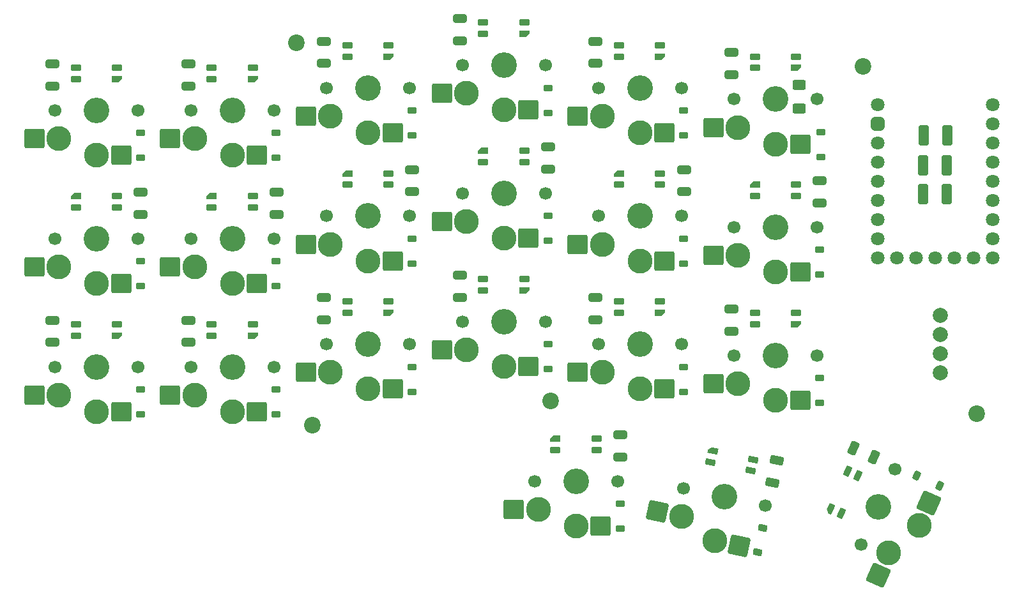
<source format=gbs>
%TF.GenerationSoftware,KiCad,Pcbnew,9.0.5*%
%TF.CreationDate,2025-11-02T20:14:42+07:00*%
%TF.ProjectId,moon_knight_v1,6d6f6f6e-5f6b-46e6-9967-68745f76312e,rev?*%
%TF.SameCoordinates,Original*%
%TF.FileFunction,Soldermask,Bot*%
%TF.FilePolarity,Negative*%
%FSLAX46Y46*%
G04 Gerber Fmt 4.6, Leading zero omitted, Abs format (unit mm)*
G04 Created by KiCad (PCBNEW 9.0.5) date 2025-11-02 20:14:42*
%MOMM*%
%LPD*%
G01*
G04 APERTURE LIST*
G04 Aperture macros list*
%AMRoundRect*
0 Rectangle with rounded corners*
0 $1 Rounding radius*
0 $2 $3 $4 $5 $6 $7 $8 $9 X,Y pos of 4 corners*
0 Add a 4 corners polygon primitive as box body*
4,1,4,$2,$3,$4,$5,$6,$7,$8,$9,$2,$3,0*
0 Add four circle primitives for the rounded corners*
1,1,$1+$1,$2,$3*
1,1,$1+$1,$4,$5*
1,1,$1+$1,$6,$7*
1,1,$1+$1,$8,$9*
0 Add four rect primitives between the rounded corners*
20,1,$1+$1,$2,$3,$4,$5,0*
20,1,$1+$1,$4,$5,$6,$7,0*
20,1,$1+$1,$6,$7,$8,$9,0*
20,1,$1+$1,$8,$9,$2,$3,0*%
%AMFreePoly0*
4,1,18,-0.410000,0.593000,-0.403758,0.624380,-0.385983,0.650983,-0.359380,0.668758,-0.328000,0.675000,0.328000,0.675000,0.359380,0.668758,0.385983,0.650983,0.403758,0.624380,0.410000,0.593000,0.410000,-0.593000,0.403758,-0.624380,0.385983,-0.650983,0.359380,-0.668758,0.328000,-0.675000,0.000000,-0.675000,-0.410000,-0.265000,-0.410000,0.593000,-0.410000,0.593000,$1*%
G04 Aperture macros list end*
%ADD10C,2.200000*%
%ADD11C,1.800000*%
%ADD12RoundRect,0.450000X-0.450000X-0.450000X0.450000X-0.450000X0.450000X0.450000X-0.450000X0.450000X0*%
%ADD13C,2.000000*%
%ADD14RoundRect,0.250000X-0.650000X0.325000X-0.650000X-0.325000X0.650000X-0.325000X0.650000X0.325000X0*%
%ADD15RoundRect,0.225000X-0.375000X0.225000X-0.375000X-0.225000X0.375000X-0.225000X0.375000X0.225000X0*%
%ADD16C,1.700000*%
%ADD17C,3.400000*%
%ADD18C,3.300000*%
%ADD19RoundRect,0.260000X1.065000X1.040000X-1.065000X1.040000X-1.065000X-1.040000X1.065000X-1.040000X0*%
%ADD20RoundRect,0.225000X-0.358074X-0.251064X0.053021X-0.434095X0.358074X0.251064X-0.053021X0.434095X0*%
%ADD21RoundRect,0.260000X1.257955X0.795848X-0.825499X1.238699X-1.257955X-0.795848X0.825499X-1.238699X0*%
%ADD22RoundRect,0.082000X-0.593000X0.328000X-0.593000X-0.328000X0.593000X-0.328000X0.593000X0.328000X0*%
%ADD23FreePoly0,270.000000*%
%ADD24RoundRect,0.082000X0.593000X-0.328000X0.593000X0.328000X-0.593000X0.328000X-0.593000X-0.328000X0*%
%ADD25FreePoly0,90.000000*%
%ADD26RoundRect,0.082000X-0.511846X0.444124X-0.648237X-0.197541X0.511846X-0.444124X0.648237X0.197541X0*%
%ADD27FreePoly0,258.000000*%
%ADD28RoundRect,0.250000X-0.568225X0.453041X-0.703367X-0.182755X0.568225X-0.453041X0.703367X0.182755X0*%
%ADD29RoundRect,0.250000X0.412500X1.100000X-0.412500X1.100000X-0.412500X-1.100000X0.412500X-1.100000X0*%
%ADD30RoundRect,0.250000X0.625000X-0.400000X0.625000X0.400000X-0.625000X0.400000X-0.625000X-0.400000X0*%
%ADD31RoundRect,0.082000X-0.540838X-0.408323X0.058448X-0.675142X0.540838X0.408323X-0.058448X0.675142X0*%
%ADD32FreePoly0,336.000000*%
%ADD33RoundRect,0.250000X-0.561281X-0.461615X0.032523X-0.725994X0.561281X0.461615X-0.032523X0.725994X0*%
%ADD34RoundRect,0.260000X-0.516913X1.395932X-1.383262X-0.549920X0.516913X-1.395932X1.383262X0.549920X0*%
%ADD35RoundRect,0.225000X-0.320025X0.298050X-0.413585X-0.142116X0.320025X-0.298050X0.413585X0.142116X0*%
G04 APERTURE END LIST*
D10*
%TO.C,H1*%
X128001190Y-47985000D03*
%TD*%
D11*
%TO.C,MCU1*%
X129921190Y-53072501D03*
D12*
X129921190Y-55612501D03*
D11*
X129921190Y-58152501D03*
X129921190Y-60692501D03*
X129921190Y-63232501D03*
X129921190Y-65772501D03*
X129921190Y-68312501D03*
X129921190Y-70852501D03*
X129921190Y-73392501D03*
X145161190Y-53072501D03*
X145161190Y-55612501D03*
X145161190Y-58152501D03*
X145161190Y-60692501D03*
X145161190Y-63232501D03*
X145161190Y-65772501D03*
X145161190Y-68312501D03*
X145161190Y-70852501D03*
X145161190Y-73392501D03*
X132461190Y-73392501D03*
X135001190Y-73392501D03*
X137541190Y-73392501D03*
X140081190Y-73392501D03*
X142621190Y-73392501D03*
%TD*%
D10*
%TO.C,H2*%
X143011190Y-94000000D03*
%TD*%
%TO.C,H4*%
X52901190Y-44865000D03*
%TD*%
D13*
%TO.C,USB_C_1*%
X138191190Y-88625000D03*
X138191190Y-86085000D03*
X138191190Y-83545000D03*
X138191190Y-81005000D03*
%TD*%
D10*
%TO.C,H3*%
X86551190Y-92325000D03*
%TD*%
%TO.C,H5*%
X55001190Y-95555000D03*
%TD*%
D14*
%TO.C,C4*%
X56521190Y-44640000D03*
X56521190Y-47590000D03*
%TD*%
D15*
%TO.C,D14*%
X104181190Y-87815000D03*
X104181190Y-91115000D03*
%TD*%
%TO.C,D1*%
X122371190Y-56715000D03*
X122371190Y-60015000D03*
%TD*%
D16*
%TO.C,CH3*%
X85881190Y-47815000D03*
D17*
X80381190Y-47815000D03*
D16*
X74881190Y-47815000D03*
D18*
X75381190Y-51565000D03*
D19*
X72136190Y-51565000D03*
X83626190Y-53765000D03*
D18*
X80381190Y-53765000D03*
%TD*%
D20*
%TO.C,D21*%
X135078078Y-102272267D03*
X138092778Y-103614497D03*
%TD*%
D15*
%TO.C,D17*%
X50181190Y-90815000D03*
X50181190Y-94115000D03*
%TD*%
D14*
%TO.C,C13*%
X110521190Y-80140000D03*
X110521190Y-83090000D03*
%TD*%
%TO.C,C6*%
X20521190Y-47640000D03*
X20521190Y-50590000D03*
%TD*%
%TO.C,C11*%
X104231190Y-61650000D03*
X104231190Y-64600000D03*
%TD*%
D15*
%TO.C,D6*%
X32181190Y-56815000D03*
X32181190Y-60115000D03*
%TD*%
D16*
%TO.C,CH4*%
X67881190Y-50815000D03*
D17*
X62381190Y-50815000D03*
D16*
X56881190Y-50815000D03*
D18*
X57381190Y-54565000D03*
D19*
X54136190Y-54565000D03*
X65626190Y-56765000D03*
D18*
X62381190Y-56765000D03*
%TD*%
D16*
%TO.C,CH1*%
X121881190Y-52315000D03*
D17*
X116381190Y-52315000D03*
D16*
X110881190Y-52315000D03*
D18*
X111381190Y-56065000D03*
D19*
X108136190Y-56065000D03*
X119626190Y-58265000D03*
D18*
X116381190Y-58265000D03*
%TD*%
D14*
%TO.C,C17*%
X38521190Y-81640000D03*
X38521190Y-84590000D03*
%TD*%
%TO.C,C1*%
X110521190Y-46140000D03*
X110521190Y-49090000D03*
%TD*%
D15*
%TO.C,D5*%
X50181190Y-56815000D03*
X50181190Y-60115000D03*
%TD*%
D16*
%TO.C,CH20*%
X114967668Y-106213486D03*
D17*
X109587856Y-105069972D03*
D16*
X104208044Y-103926458D03*
D18*
X103917449Y-107698467D03*
D21*
X100743360Y-107023794D03*
X111524870Y-111564624D03*
D18*
X108350781Y-110889950D03*
%TD*%
D22*
%TO.C,LED12*%
X119071190Y-65175000D03*
X119071190Y-63675000D03*
X113621190Y-65175000D03*
D23*
X113621190Y-63675000D03*
%TD*%
D16*
%TO.C,CH6*%
X31881190Y-53815000D03*
D17*
X26381190Y-53815000D03*
D16*
X20881190Y-53815000D03*
D18*
X21381190Y-57565000D03*
D19*
X18136190Y-57565000D03*
X29626190Y-59765000D03*
D18*
X26381190Y-59765000D03*
%TD*%
D24*
%TO.C,LED6*%
X23621190Y-48175000D03*
X23621190Y-49675000D03*
X29071190Y-48175000D03*
D25*
X29071190Y-49675000D03*
%TD*%
D15*
%TO.C,D18*%
X32181190Y-90815000D03*
X32181190Y-94115000D03*
%TD*%
D26*
%TO.C,LED20*%
X113079828Y-101579725D03*
X113391696Y-100112504D03*
X107748924Y-100446606D03*
D27*
X108060792Y-98979385D03*
%TD*%
D15*
%TO.C,D16*%
X68181190Y-87815000D03*
X68181190Y-91115000D03*
%TD*%
%TO.C,D3*%
X86181190Y-50815000D03*
X86181190Y-54115000D03*
%TD*%
D14*
%TO.C,C10*%
X86231190Y-58650000D03*
X86231190Y-61600000D03*
%TD*%
D15*
%TO.C,D10*%
X86181190Y-67815000D03*
X86181190Y-71115000D03*
%TD*%
D16*
%TO.C,CH17*%
X49881190Y-87815000D03*
D17*
X44381190Y-87815000D03*
D16*
X38881190Y-87815000D03*
D18*
X39381190Y-91565000D03*
D19*
X36136190Y-91565000D03*
X47626190Y-93765000D03*
D18*
X44381190Y-93765000D03*
%TD*%
D16*
%TO.C,CH2*%
X103881190Y-50815000D03*
D17*
X98381190Y-50815000D03*
D16*
X92881190Y-50815000D03*
D18*
X93381190Y-54565000D03*
D19*
X90136190Y-54565000D03*
X101626190Y-56765000D03*
D18*
X98381190Y-56765000D03*
%TD*%
D24*
%TO.C,LED5*%
X41621190Y-48175000D03*
X41621190Y-49675000D03*
X47071190Y-48175000D03*
D25*
X47071190Y-49675000D03*
%TD*%
D14*
%TO.C,C15*%
X74521190Y-75640000D03*
X74521190Y-78590000D03*
%TD*%
D15*
%TO.C,D9*%
X68181190Y-70815000D03*
X68181190Y-74115000D03*
%TD*%
D28*
%TO.C,C20*%
X116567860Y-100252232D03*
X115954520Y-103137768D03*
%TD*%
D14*
%TO.C,C8*%
X50221190Y-64640000D03*
X50221190Y-67590000D03*
%TD*%
D24*
%TO.C,LED13*%
X113621190Y-80675000D03*
X113621190Y-82175000D03*
X119071190Y-80675000D03*
D25*
X119071190Y-82175000D03*
%TD*%
D29*
%TO.C,C24*%
X139043690Y-64925000D03*
X135918690Y-64925000D03*
%TD*%
%TO.C,C23*%
X139073690Y-61085000D03*
X135948690Y-61085000D03*
%TD*%
D15*
%TO.C,D4*%
X68181190Y-53815000D03*
X68181190Y-57115000D03*
%TD*%
D16*
%TO.C,CH14*%
X103881190Y-84815000D03*
D17*
X98381190Y-84815000D03*
D16*
X92881190Y-84815000D03*
D18*
X93381190Y-88565000D03*
D19*
X90136190Y-88565000D03*
X101626190Y-90765000D03*
D18*
X98381190Y-90765000D03*
%TD*%
D14*
%TO.C,C5*%
X38521190Y-47640000D03*
X38521190Y-50590000D03*
%TD*%
D16*
%TO.C,CH12*%
X121881190Y-69315000D03*
D17*
X116381190Y-69315000D03*
D16*
X110881190Y-69315000D03*
D18*
X111381190Y-73065000D03*
D19*
X108136190Y-73065000D03*
X119626190Y-75265000D03*
D18*
X116381190Y-75265000D03*
%TD*%
D24*
%TO.C,LED2*%
X95621190Y-45175000D03*
X95621190Y-46675000D03*
X101071190Y-45175000D03*
D25*
X101071190Y-46675000D03*
%TD*%
D15*
%TO.C,D12*%
X122181190Y-72315000D03*
X122181190Y-75615000D03*
%TD*%
D24*
%TO.C,LED14*%
X95621190Y-79175000D03*
X95621190Y-80675000D03*
X101071190Y-79175000D03*
D25*
X101071190Y-80675000D03*
%TD*%
D16*
%TO.C,CH18*%
X31881190Y-87815000D03*
D17*
X26381190Y-87815000D03*
D16*
X20881190Y-87815000D03*
D18*
X21381190Y-91565000D03*
D19*
X18136190Y-91565000D03*
X29626190Y-93765000D03*
D18*
X26381190Y-93765000D03*
%TD*%
D16*
%TO.C,CH10*%
X85881190Y-64815000D03*
D17*
X80381190Y-64815000D03*
D16*
X74881190Y-64815000D03*
D18*
X75381190Y-68565000D03*
D19*
X72136190Y-68565000D03*
X83626190Y-70765000D03*
D18*
X80381190Y-70765000D03*
%TD*%
D30*
%TO.C,R3*%
X119531190Y-53565000D03*
X119531190Y-50465000D03*
%TD*%
D15*
%TO.C,D2*%
X104181190Y-53815000D03*
X104181190Y-57115000D03*
%TD*%
D24*
%TO.C,LED15*%
X77621190Y-76175000D03*
X77621190Y-77675000D03*
X83071190Y-76175000D03*
D25*
X83071190Y-77675000D03*
%TD*%
D15*
%TO.C,D15*%
X86181190Y-84815000D03*
X86181190Y-88115000D03*
%TD*%
D22*
%TO.C,LED9*%
X65071190Y-63675000D03*
X65071190Y-62175000D03*
X59621190Y-63675000D03*
D23*
X59621190Y-62175000D03*
%TD*%
D14*
%TO.C,C18*%
X20521190Y-81640000D03*
X20521190Y-84590000D03*
%TD*%
%TO.C,C9*%
X68221190Y-61660000D03*
X68221190Y-64610000D03*
%TD*%
D22*
%TO.C,LED10*%
X83071190Y-60675000D03*
X83071190Y-59175000D03*
X77621190Y-60675000D03*
D23*
X77621190Y-59175000D03*
%TD*%
D24*
%TO.C,LED3*%
X77621190Y-42175000D03*
X77621190Y-43675000D03*
X83071190Y-42175000D03*
D25*
X83071190Y-43675000D03*
%TD*%
D14*
%TO.C,C2*%
X92521190Y-44640000D03*
X92521190Y-47590000D03*
%TD*%
D15*
%TO.C,D13*%
X122181190Y-89315000D03*
X122181190Y-92615000D03*
%TD*%
D14*
%TO.C,C19*%
X95771190Y-96850000D03*
X95771190Y-99800000D03*
%TD*%
D22*
%TO.C,LED7*%
X29071190Y-66675000D03*
X29071190Y-65175000D03*
X23621190Y-66675000D03*
D23*
X23621190Y-65175000D03*
%TD*%
D29*
%TO.C,C22*%
X139153690Y-57125000D03*
X136028690Y-57125000D03*
%TD*%
D15*
%TO.C,D19*%
X95781190Y-106015000D03*
X95781190Y-109315000D03*
%TD*%
D22*
%TO.C,LED8*%
X47071190Y-66675000D03*
X47071190Y-65175000D03*
X41621190Y-66675000D03*
D23*
X41621190Y-65175000D03*
%TD*%
D14*
%TO.C,C16*%
X56521190Y-78640000D03*
X56521190Y-81590000D03*
%TD*%
D22*
%TO.C,LED11*%
X101071190Y-63675000D03*
X101071190Y-62175000D03*
X95621190Y-63675000D03*
D23*
X95621190Y-62175000D03*
%TD*%
D31*
%TO.C,LED21*%
X127270074Y-102254971D03*
X125899756Y-101644866D03*
X125053360Y-107233794D03*
D32*
X123683042Y-106623689D03*
%TD*%
D14*
%TO.C,C14*%
X92521190Y-78640000D03*
X92521190Y-81590000D03*
%TD*%
D16*
%TO.C,CH19*%
X95431190Y-103015000D03*
D17*
X89931190Y-103015000D03*
D16*
X84431190Y-103015000D03*
D18*
X84931190Y-106765000D03*
D19*
X81686190Y-106765000D03*
X93176190Y-108965000D03*
D18*
X89931190Y-108965000D03*
%TD*%
D33*
%TO.C,C21*%
X126713710Y-98585063D03*
X129408670Y-99784937D03*
%TD*%
D15*
%TO.C,D11*%
X104181190Y-70815000D03*
X104181190Y-74115000D03*
%TD*%
D16*
%TO.C,CH11*%
X103881190Y-67815000D03*
D17*
X98381190Y-67815000D03*
D16*
X92881190Y-67815000D03*
D18*
X93381190Y-71565000D03*
D19*
X90136190Y-71565000D03*
X101626190Y-73765000D03*
D18*
X98381190Y-73765000D03*
%TD*%
D24*
%TO.C,LED1*%
X113621190Y-46675000D03*
X113621190Y-48175000D03*
X119071190Y-46675000D03*
D25*
X119071190Y-48175000D03*
%TD*%
D16*
%TO.C,CH21*%
X132195085Y-101371798D03*
D17*
X129958033Y-106396298D03*
D16*
X127720981Y-111420798D03*
D18*
X131350145Y-112489288D03*
D34*
X130030285Y-115453743D03*
X136713489Y-105851926D03*
D18*
X135393628Y-108816381D03*
%TD*%
D16*
%TO.C,CH15*%
X85881190Y-81815000D03*
D17*
X80381190Y-81815000D03*
D16*
X74881190Y-81815000D03*
D18*
X75381190Y-85565000D03*
D19*
X72136190Y-85565000D03*
X83626190Y-87765000D03*
D18*
X80381190Y-87765000D03*
%TD*%
D16*
%TO.C,CH7*%
X31881190Y-70815000D03*
D17*
X26381190Y-70815000D03*
D16*
X20881190Y-70815000D03*
D18*
X21381190Y-74565000D03*
D19*
X18136190Y-74565000D03*
X29626190Y-76765000D03*
D18*
X26381190Y-76765000D03*
%TD*%
D16*
%TO.C,CH5*%
X49881190Y-53815000D03*
D17*
X44381190Y-53815000D03*
D16*
X38881190Y-53815000D03*
D18*
X39381190Y-57565000D03*
D19*
X36136190Y-57565000D03*
X47626190Y-59765000D03*
D18*
X44381190Y-59765000D03*
%TD*%
D24*
%TO.C,LED17*%
X41621190Y-82175000D03*
X41621190Y-83675000D03*
X47071190Y-82175000D03*
D25*
X47071190Y-83675000D03*
%TD*%
D24*
%TO.C,LED4*%
X59621190Y-45175000D03*
X59621190Y-46675000D03*
X65071190Y-45175000D03*
D25*
X65071190Y-46675000D03*
%TD*%
D15*
%TO.C,D7*%
X32181190Y-73815000D03*
X32181190Y-77115000D03*
%TD*%
D16*
%TO.C,CH16*%
X67881190Y-84815000D03*
D17*
X62381190Y-84815000D03*
D16*
X56881190Y-84815000D03*
D18*
X57381190Y-88565000D03*
D19*
X54136190Y-88565000D03*
X65626190Y-90765000D03*
D18*
X62381190Y-90765000D03*
%TD*%
D14*
%TO.C,C7*%
X32231190Y-64660000D03*
X32231190Y-67610000D03*
%TD*%
D16*
%TO.C,CH8*%
X49881190Y-70815000D03*
D17*
X44381190Y-70815000D03*
D16*
X38881190Y-70815000D03*
D18*
X39381190Y-74565000D03*
D19*
X36136190Y-74565000D03*
X47626190Y-76765000D03*
D18*
X44381190Y-76765000D03*
%TD*%
D14*
%TO.C,C3*%
X74521190Y-41640000D03*
X74521190Y-44590000D03*
%TD*%
D24*
%TO.C,LED18*%
X23621190Y-82175000D03*
X23621190Y-83675000D03*
X29071190Y-82175000D03*
D25*
X29071190Y-83675000D03*
%TD*%
D35*
%TO.C,D20*%
X114686284Y-109220699D03*
X114000176Y-112448587D03*
%TD*%
D16*
%TO.C,CH9*%
X67881190Y-67815000D03*
D17*
X62381190Y-67815000D03*
D16*
X56881190Y-67815000D03*
D18*
X57381190Y-71565000D03*
D19*
X54136190Y-71565000D03*
X65626190Y-73765000D03*
D18*
X62381190Y-73765000D03*
%TD*%
D24*
%TO.C,LED16*%
X59621190Y-79175000D03*
X59621190Y-80675000D03*
X65071190Y-79175000D03*
D25*
X65071190Y-80675000D03*
%TD*%
D16*
%TO.C,CH13*%
X121881190Y-86315000D03*
D17*
X116381190Y-86315000D03*
D16*
X110881190Y-86315000D03*
D18*
X111381190Y-90065000D03*
D19*
X108136190Y-90065000D03*
X119626190Y-92265000D03*
D18*
X116381190Y-92265000D03*
%TD*%
D15*
%TO.C,D8*%
X50181190Y-73815000D03*
X50181190Y-77115000D03*
%TD*%
D14*
%TO.C,C12*%
X122221190Y-63155000D03*
X122221190Y-66105000D03*
%TD*%
D22*
%TO.C,LED19*%
X92621190Y-98875000D03*
X92621190Y-97375000D03*
X87171190Y-98875000D03*
D23*
X87171190Y-97375000D03*
%TD*%
M02*

</source>
